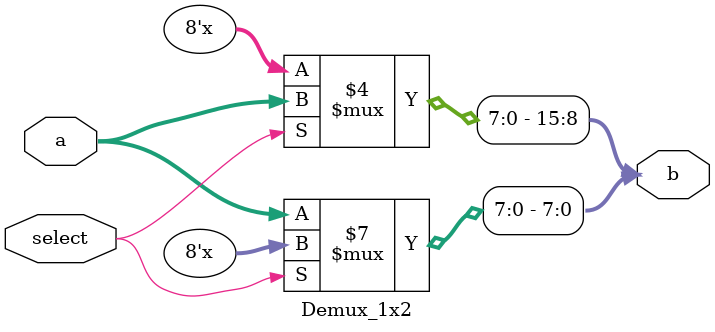
<source format=v>
`timescale 1ns / 1ps


module Demux_1x2
               #(parameter WIDTH = 16)
                (
                 input [(WIDTH/2)-1:0] a,
                 input select,
                 output reg [WIDTH-1:0] b
                 );
                 
                 always @ (a or select)
                 begin
                      if (select == 1)              // Store in upper 8 bits
                      b[WIDTH-1:(WIDTH/2)] = a;
                      else                          // Store in lower 8 bits
                      b[(WIDTH/2)-1:0] = a;
                 end
endmodule

</source>
